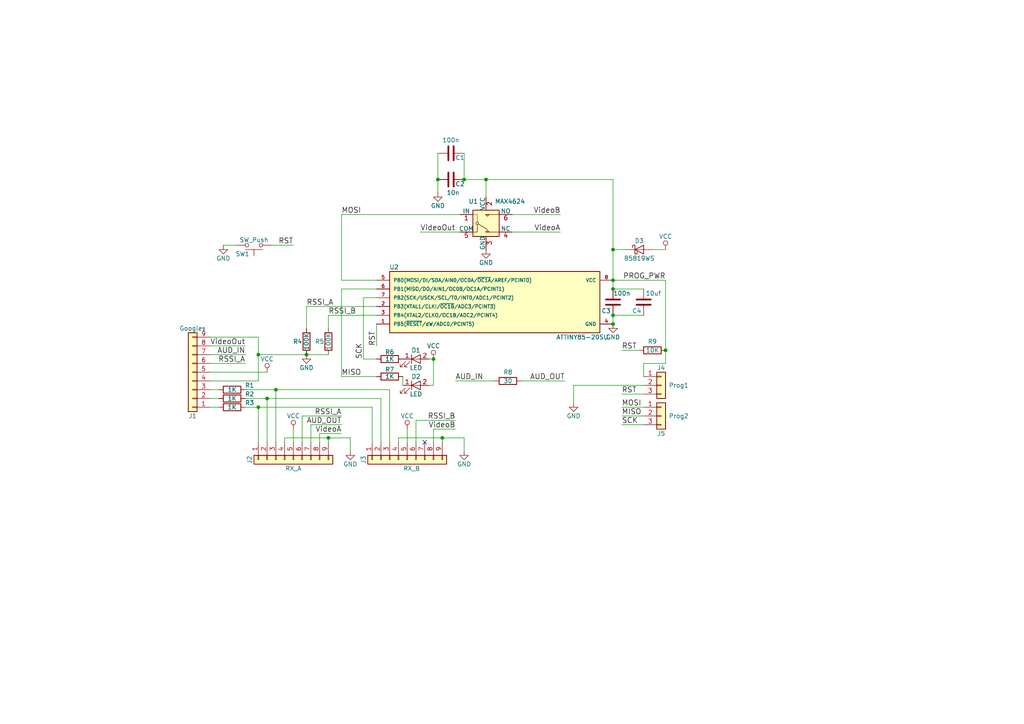
<source format=kicad_sch>
(kicad_sch (version 20230121) (generator eeschema)
  (paper "A4")
  (lib_symbols
    (symbol "TinyDiversityRX5808-rescue:ATTINY85-20SU" (pin_names (offset 1.016))
      (property "Reference" "U" (at -29.21 10.16 0))
      (property "Value" "ATTINY85-20SU" (at 25.4 -10.16 0))
      (symbol "ATTINY85-20SU_0_1"
        (rectangle (start -30.48 8.89) (end 30.48 -8.89) (stroke (width 0.254)) (fill (type background)))
      )
      (symbol "ATTINY85-20SU_1_1"
        (pin bidirectional line (at -34.29 -6.35 0) (length 3.81) (name "PB5(~{RESET}/dW/ADC0/PCINT5)") (number "1"))
        (pin bidirectional line (at -34.29 -1.27 0) (length 3.81) (name "PB3(XTAL1/CLKI/~{OC1B}/ADC3/PCINT3)") (number "2"))
        (pin bidirectional line (at -34.29 -3.81 0) (length 3.81) (name "PB4(XTAL2/CLKO/OC1B/ADC2/PCINT4)") (number "3"))
        (pin power_in line (at 34.29 -6.35 180) (length 3.81) (name "GND") (number "4"))
        (pin bidirectional line (at -34.29 6.35 0) (length 3.81) (name "PB0(MOSI/DI/SDA/AIN0/OC0A/~{OC1A}/AREF/PCINT0)") (number "5"))
        (pin bidirectional line (at -34.29 3.81 0) (length 3.81) (name "PB1(MISO/DO/AIN1/OC0B/OC1A/PCINT1)") (number "6"))
        (pin bidirectional line (at -34.29 1.27 0) (length 3.81) (name "PB2(SCK/USCK/SCL/T0/INT0/ADC1/PCINT2)") (number "7"))
        (pin power_in line (at 34.29 6.35 180) (length 3.81) (name "VCC") (number "8"))
      )
    )
    (symbol "TinyDiversityRX5808-rescue:C" (pin_numbers hide) (pin_names (offset 0.254))
      (property "Reference" "C" (at 0.635 2.54 0))
      (property "Value" "C" (at 0.635 -2.54 0))
      (symbol "C_0_1"
        (polyline (pts (xy -2.032 -0.762) (xy 2.032 -0.762)) (stroke (width 0.508)))
        (polyline (pts (xy -2.032 0.762) (xy 2.032 0.762)) (stroke (width 0.508)))
      )
      (symbol "C_1_1"
        (pin passive line (at 0 3.81 270) (length 2.794) (name "~") (number "1"))
        (pin passive line (at 0 -3.81 90) (length 2.794) (name "~") (number "2"))
      )
    )
    (symbol "TinyDiversityRX5808-rescue:Conn_01x03" (pin_names (offset 1.016) hide)
      (property "Reference" "J" (at 0 5.08 0))
      (property "Value" "Conn_01x03" (at 0 -5.08 0))
      (symbol "Conn_01x03_1_1"
        (rectangle (start -1.27 -2.413) (end 0 -2.667) (stroke (width 0.1524)))
        (rectangle (start -1.27 0.127) (end 0 -0.127) (stroke (width 0.1524)))
        (rectangle (start -1.27 2.667) (end 0 2.413) (stroke (width 0.1524)))
        (rectangle (start -1.27 3.81) (end 1.27 -3.81) (stroke (width 0.254)) (fill (type background)))
        (pin passive line (at -5.08 2.54 0) (length 3.81) (name "Pin_1") (number "1"))
        (pin passive line (at -5.08 0 0) (length 3.81) (name "Pin_2") (number "2"))
        (pin passive line (at -5.08 -2.54 0) (length 3.81) (name "Pin_3") (number "3"))
      )
    )
    (symbol "TinyDiversityRX5808-rescue:Conn_01x09" (pin_names (offset 1.016) hide)
      (property "Reference" "J" (at 0 12.7 0))
      (property "Value" "Conn_01x09" (at 0 -12.7 0))
      (symbol "Conn_01x09_1_1"
        (rectangle (start -1.27 -10.033) (end 0 -10.287) (stroke (width 0.1524)))
        (rectangle (start -1.27 -7.493) (end 0 -7.747) (stroke (width 0.1524)))
        (rectangle (start -1.27 -4.953) (end 0 -5.207) (stroke (width 0.1524)))
        (rectangle (start -1.27 -2.413) (end 0 -2.667) (stroke (width 0.1524)))
        (rectangle (start -1.27 0.127) (end 0 -0.127) (stroke (width 0.1524)))
        (rectangle (start -1.27 2.667) (end 0 2.413) (stroke (width 0.1524)))
        (rectangle (start -1.27 5.207) (end 0 4.953) (stroke (width 0.1524)))
        (rectangle (start -1.27 7.747) (end 0 7.493) (stroke (width 0.1524)))
        (rectangle (start -1.27 10.287) (end 0 10.033) (stroke (width 0.1524)))
        (rectangle (start -1.27 11.43) (end 1.27 -11.43) (stroke (width 0.254)) (fill (type background)))
        (pin passive line (at -5.08 10.16 0) (length 3.81) (name "Pin_1") (number "1"))
        (pin passive line (at -5.08 7.62 0) (length 3.81) (name "Pin_2") (number "2"))
        (pin passive line (at -5.08 5.08 0) (length 3.81) (name "Pin_3") (number "3"))
        (pin passive line (at -5.08 2.54 0) (length 3.81) (name "Pin_4") (number "4"))
        (pin passive line (at -5.08 0 0) (length 3.81) (name "Pin_5") (number "5"))
        (pin passive line (at -5.08 -2.54 0) (length 3.81) (name "Pin_6") (number "6"))
        (pin passive line (at -5.08 -5.08 0) (length 3.81) (name "Pin_7") (number "7"))
        (pin passive line (at -5.08 -7.62 0) (length 3.81) (name "Pin_8") (number "8"))
        (pin passive line (at -5.08 -10.16 0) (length 3.81) (name "Pin_9") (number "9"))
      )
    )
    (symbol "TinyDiversityRX5808-rescue:D_Schottky" (pin_numbers hide) (pin_names (offset 1.016) hide)
      (property "Reference" "D" (at 0 2.54 0))
      (property "Value" "D_Schottky" (at 0 -2.54 0))
      (symbol "D_Schottky_0_1"
        (polyline (pts (xy 1.27 0) (xy -1.27 0)))
        (polyline (pts (xy 1.27 1.27) (xy 1.27 -1.27) (xy -1.27 0) (xy 1.27 1.27)) (stroke (width 0.2032)))
        (polyline (pts (xy -1.905 0.635) (xy -1.905 1.27) (xy -1.27 1.27) (xy -1.27 -1.27) (xy -0.635 -1.27) (xy -0.635 -0.635)) (stroke (width 0.2032)))
      )
      (symbol "D_Schottky_1_1"
        (pin passive line (at -3.81 0 0) (length 2.54) (name "K") (number "1"))
        (pin passive line (at 3.81 0 180) (length 2.54) (name "A") (number "2"))
      )
    )
    (symbol "TinyDiversityRX5808-rescue:GND" (power) (pin_names (offset 0))
      (property "Value" "GND" (at 0 -3.81 0))
      (symbol "GND_0_1"
        (polyline (pts (xy 0 0) (xy 0 -1.27) (xy 1.27 -1.27) (xy 0 -2.54) (xy -1.27 -1.27) (xy 0 -1.27)))
      )
      (symbol "GND_1_1"
        (pin power_in line (at 0 0 270) (length 0) hide (name "GND") (number "1"))
      )
    )
    (symbol "TinyDiversityRX5808-rescue:LED" (pin_names (offset 1.016) hide)
      (property "Reference" "D" (at 0 2.54 0))
      (property "Value" "LED" (at 0 -2.54 0))
      (symbol "LED_0_1"
        (polyline (pts (xy -1.27 -1.27) (xy -1.27 1.27)) (stroke (width 0.2032)))
        (polyline (pts (xy -1.27 0) (xy 1.27 0)))
        (polyline (pts (xy 1.27 -1.27) (xy 1.27 1.27) (xy -1.27 0) (xy 1.27 -1.27)) (stroke (width 0.2032)))
        (polyline (pts (xy -3.048 -0.762) (xy -4.572 -2.286) (xy -3.81 -2.286) (xy -4.572 -2.286) (xy -4.572 -1.524)))
        (polyline (pts (xy -1.778 -0.762) (xy -3.302 -2.286) (xy -2.54 -2.286) (xy -3.302 -2.286) (xy -3.302 -1.524)))
      )
      (symbol "LED_1_1"
        (pin passive line (at -3.81 0 0) (length 2.54) (name "K") (number "1"))
        (pin passive line (at 3.81 0 180) (length 2.54) (name "A") (number "2"))
      )
    )
    (symbol "TinyDiversityRX5808-rescue:MAX4624/5" (pin_names (offset 0))
      (property "Reference" "U" (at -5.08 6.35 0))
      (property "Value" "MAX4624/5" (at 2.54 6.35 0))
      (symbol "MAX4624/5_0_1"
        (rectangle (start -3.81 3.81) (end 3.81 -3.81) (stroke (width 0.254)) (fill (type background)))
        (circle (center -2.54 0) (radius 0.381))
        (polyline (pts (xy -3.683 2.54) (xy -3.81 2.54)))
        (polyline (pts (xy -3.302 2.54) (xy -3.429 2.54)))
        (polyline (pts (xy -2.921 2.54) (xy -3.048 2.54)))
        (polyline (pts (xy -2.54 0.635) (xy -2.54 0.508)))
        (polyline (pts (xy -2.54 1.016) (xy -2.54 0.889)))
        (polyline (pts (xy -2.54 1.397) (xy -2.54 1.27)))
        (polyline (pts (xy -2.54 1.778) (xy -2.54 1.651)))
        (polyline (pts (xy -2.54 2.159) (xy -2.54 2.032)))
        (polyline (pts (xy -2.54 2.54) (xy -2.667 2.54)))
        (polyline (pts (xy -2.54 2.54) (xy -2.54 2.413)))
        (polyline (pts (xy -2.159 -0.254) (xy 0.381 -1.778)))
        (polyline (pts (xy 0 2.54) (xy 3.81 2.54)))
        (polyline (pts (xy 3.81 -2.54) (xy 0 -2.54)))
        (polyline (pts (xy -3.81 -2.54) (xy -2.54 -2.54) (xy -2.54 -0.381)))
        (polyline (pts (xy -0.127 -2.54) (xy 0.381 -2.032) (xy 0.889 -2.54) (xy -0.127 -2.54) (xy -0.127 -2.54)))
        (polyline (pts (xy 0.889 2.54) (xy -0.127 2.54) (xy 0.381 2.032) (xy 0.889 2.54) (xy 0.889 2.54) (xy 0.889 2.54)))
        (pin power_in line (at 0 -7.62 90) (length 3.81) (name "GND") (number "3"))
      )
      (symbol "MAX4624/5_1_1"
        (pin input line (at -7.62 2.54 0) (length 3.81) (name "IN") (number "1"))
        (pin power_in line (at 0 7.62 270) (length 3.81) (name "VCC") (number "2"))
        (pin bidirectional line (at 7.62 -2.54 180) (length 3.81) (name "NC") (number "4"))
        (pin bidirectional line (at -7.62 -2.54 0) (length 3.81) (name "COM") (number "5"))
        (pin bidirectional line (at 7.62 2.54 180) (length 3.81) (name "NO") (number "6"))
      )
    )
    (symbol "TinyDiversityRX5808-rescue:R" (pin_numbers hide) (pin_names (offset 0))
      (property "Reference" "R" (at 2.032 0 90))
      (property "Value" "R" (at 0 0 90))
      (symbol "R_0_1"
        (rectangle (start -1.016 -2.54) (end 1.016 2.54) (stroke (width 0.254)))
      )
      (symbol "R_1_1"
        (pin passive line (at 0 3.81 270) (length 1.27) (name "~") (number "1"))
        (pin passive line (at 0 -3.81 90) (length 1.27) (name "~") (number "2"))
      )
    )
    (symbol "TinyDiversityRX5808-rescue:SW_Push" (pin_numbers hide) (pin_names (offset 1.016) hide)
      (property "Reference" "SW" (at 1.27 2.54 0))
      (property "Value" "SW_Push" (at 0 -1.524 0))
      (symbol "SW_Push_0_1"
        (circle (center -2.032 0) (radius 0.508))
        (polyline (pts (xy 0 1.27) (xy 0 3.048)))
        (polyline (pts (xy 2.54 1.27) (xy -2.54 1.27)))
        (circle (center 2.032 0) (radius 0.508))
        (pin passive line (at -5.08 0 0) (length 2.54) (name "1") (number "1"))
        (pin passive line (at 5.08 0 180) (length 2.54) (name "2") (number "2"))
      )
    )
    (symbol "TinyDiversityRX5808-rescue:VCC" (power) (pin_names (offset 0))
      (property "Value" "VCC" (at 0 3.81 0))
      (symbol "VCC_0_1"
        (polyline (pts (xy 0 0) (xy 0 1.27)))
        (circle (center 0 1.905) (radius 0.635))
      )
      (symbol "VCC_1_1"
        (pin power_in line (at 0 0 90) (length 0) hide (name "VCC") (number "1"))
      )
    )
  )
  (junction (at 193.04 101.6))
  (junction (at 177.8 72.39))
  (junction (at 134.62 52.07))
  (junction (at 88.9 102.87))
  (junction (at 74.93 118.11))
  (junction (at 177.8 93.98))
  (junction (at 95.25 127))
  (junction (at 177.8 91.44))
  (junction (at 125.73 104.14))
  (junction (at 177.8 83.82))
  (junction (at 177.8 81.28))
  (junction (at 80.01 113.03))
  (junction (at 74.93 102.87))
  (junction (at 128.27 127))
  (junction (at 140.97 52.07))
  (junction (at 77.47 115.57))
  (junction (at 127 52.07))
  (no_connect (at 123.19 128.27))
  (wire (pts (xy 99.06 62.23) (xy 133.35 62.23)))
  (wire (pts (xy 113.03 113.03) (xy 113.03 128.27)))
  (wire (pts (xy 105.41 86.36) (xy 109.22 86.36)))
  (wire (pts (xy 95.25 127) (xy 101.6 127)))
  (wire (pts (xy 74.93 102.87) (xy 74.93 110.49)))
  (wire (pts (xy 134.62 44.45) (xy 134.62 52.07)))
  (wire (pts (xy 105.41 104.14) (xy 105.41 86.36)))
  (wire (pts (xy 133.35 67.31) (xy 121.92 67.31)))
  (wire (pts (xy 166.37 111.76) (xy 186.69 111.76)))
  (wire (pts (xy 95.25 91.44) (xy 95.25 95.25)))
  (wire (pts (xy 115.57 127) (xy 128.27 127)))
  (wire (pts (xy 88.9 102.87) (xy 95.25 102.87)))
  (wire (pts (xy 63.5 113.03) (xy 60.96 113.03)))
  (wire (pts (xy 74.93 97.79) (xy 74.93 102.87)))
  (wire (pts (xy 186.69 105.41) (xy 186.69 109.22)))
  (wire (pts (xy 186.69 114.3) (xy 180.34 114.3)))
  (wire (pts (xy 177.8 83.82) (xy 186.69 83.82)))
  (wire (pts (xy 60.96 115.57) (xy 63.5 115.57)))
  (wire (pts (xy 64.77 71.12) (xy 68.58 71.12)))
  (wire (pts (xy 120.65 121.92) (xy 132.08 121.92)))
  (wire (pts (xy 186.69 120.65) (xy 180.34 120.65)))
  (wire (pts (xy 110.49 115.57) (xy 110.49 128.27)))
  (wire (pts (xy 71.12 115.57) (xy 77.47 115.57)))
  (wire (pts (xy 177.8 81.28) (xy 177.8 83.82)))
  (wire (pts (xy 71.12 113.03) (xy 80.01 113.03)))
  (wire (pts (xy 60.96 107.95) (xy 77.47 107.95)))
  (wire (pts (xy 101.6 127) (xy 101.6 130.81)))
  (wire (pts (xy 118.11 128.27) (xy 118.11 124.46)))
  (wire (pts (xy 124.46 104.14) (xy 125.73 104.14)))
  (wire (pts (xy 87.63 120.65) (xy 99.06 120.65)))
  (wire (pts (xy 128.27 127) (xy 134.62 127)))
  (wire (pts (xy 134.62 127) (xy 134.62 130.81)))
  (wire (pts (xy 127 44.45) (xy 127 52.07)))
  (wire (pts (xy 92.71 128.27) (xy 92.71 125.73)))
  (wire (pts (xy 105.41 104.14) (xy 109.22 104.14)))
  (wire (pts (xy 82.55 128.27) (xy 82.55 127)))
  (wire (pts (xy 189.23 72.39) (xy 193.04 72.39)))
  (wire (pts (xy 177.8 81.28) (xy 193.04 81.28)))
  (wire (pts (xy 78.74 71.12) (xy 85.09 71.12)))
  (wire (pts (xy 74.93 110.49) (xy 60.96 110.49)))
  (wire (pts (xy 60.96 102.87) (xy 71.12 102.87)))
  (wire (pts (xy 193.04 81.28) (xy 193.04 101.6)))
  (wire (pts (xy 63.5 118.11) (xy 60.96 118.11)))
  (wire (pts (xy 85.09 128.27) (xy 85.09 124.46)))
  (wire (pts (xy 125.73 128.27) (xy 125.73 124.46)))
  (wire (pts (xy 115.57 128.27) (xy 115.57 127)))
  (wire (pts (xy 148.59 62.23) (xy 162.56 62.23)))
  (wire (pts (xy 99.06 83.82) (xy 109.22 83.82)))
  (wire (pts (xy 186.69 91.44) (xy 177.8 91.44)))
  (wire (pts (xy 186.69 118.11) (xy 180.34 118.11)))
  (wire (pts (xy 109.22 81.28) (xy 99.06 81.28)))
  (wire (pts (xy 177.8 52.07) (xy 177.8 72.39)))
  (wire (pts (xy 74.93 118.11) (xy 107.95 118.11)))
  (wire (pts (xy 88.9 88.9) (xy 109.22 88.9)))
  (wire (pts (xy 92.71 125.73) (xy 99.06 125.73)))
  (wire (pts (xy 134.62 52.07) (xy 140.97 52.07)))
  (wire (pts (xy 90.17 123.19) (xy 99.06 123.19)))
  (wire (pts (xy 60.96 105.41) (xy 71.12 105.41)))
  (wire (pts (xy 95.25 128.27) (xy 95.25 127)))
  (wire (pts (xy 116.84 109.22) (xy 116.84 111.76)))
  (wire (pts (xy 177.8 72.39) (xy 177.8 81.28)))
  (wire (pts (xy 193.04 105.41) (xy 186.69 105.41)))
  (wire (pts (xy 77.47 115.57) (xy 110.49 115.57)))
  (wire (pts (xy 125.73 124.46) (xy 132.08 124.46)))
  (wire (pts (xy 186.69 123.19) (xy 180.34 123.19)))
  (wire (pts (xy 60.96 100.33) (xy 71.12 100.33)))
  (wire (pts (xy 71.12 118.11) (xy 74.93 118.11)))
  (wire (pts (xy 107.95 118.11) (xy 107.95 128.27)))
  (wire (pts (xy 177.8 91.44) (xy 177.8 93.98)))
  (wire (pts (xy 80.01 113.03) (xy 80.01 128.27)))
  (wire (pts (xy 82.55 127) (xy 95.25 127)))
  (wire (pts (xy 127 52.07) (xy 127 55.88)))
  (wire (pts (xy 151.13 110.49) (xy 163.83 110.49)))
  (wire (pts (xy 74.93 102.87) (xy 88.9 102.87)))
  (wire (pts (xy 80.01 113.03) (xy 113.03 113.03)))
  (wire (pts (xy 74.93 128.27) (xy 74.93 118.11)))
  (wire (pts (xy 177.8 72.39) (xy 181.61 72.39)))
  (wire (pts (xy 77.47 115.57) (xy 77.47 128.27)))
  (wire (pts (xy 185.42 101.6) (xy 180.34 101.6)))
  (wire (pts (xy 109.22 93.98) (xy 109.22 100.33)))
  (wire (pts (xy 99.06 81.28) (xy 99.06 62.23)))
  (wire (pts (xy 140.97 52.07) (xy 177.8 52.07)))
  (wire (pts (xy 87.63 128.27) (xy 87.63 120.65)))
  (wire (pts (xy 88.9 95.25) (xy 88.9 88.9)))
  (wire (pts (xy 109.22 109.22) (xy 99.06 109.22)))
  (wire (pts (xy 143.51 110.49) (xy 132.08 110.49)))
  (wire (pts (xy 140.97 52.07) (xy 140.97 57.15)))
  (wire (pts (xy 148.59 67.31) (xy 162.56 67.31)))
  (wire (pts (xy 193.04 101.6) (xy 193.04 105.41)))
  (wire (pts (xy 166.37 116.84) (xy 166.37 111.76)))
  (wire (pts (xy 125.73 104.14) (xy 125.73 111.76)))
  (wire (pts (xy 90.17 128.27) (xy 90.17 123.19)))
  (wire (pts (xy 128.27 127) (xy 128.27 128.27)))
  (wire (pts (xy 60.96 97.79) (xy 74.93 97.79)))
  (wire (pts (xy 99.06 109.22) (xy 99.06 83.82)))
  (wire (pts (xy 120.65 128.27) (xy 120.65 121.92)))
  (wire (pts (xy 95.25 91.44) (xy 109.22 91.44)))
  (wire (pts (xy 125.73 111.76) (xy 124.46 111.76)))
  (label "MOSI" (at 99.06 62.23 0) (effects (font (size 1.524 1.524))))
  (label "MISO" (at 99.06 109.22 0) (effects (font (size 1.524 1.524))))
  (label "RSSI_A" (at 88.9 88.9 0) (effects (font (size 1.524 1.524))))
  (label "RST" (at 180.34 114.3 0) (effects (font (size 1.524 1.524))))
  (label "AUD_IN" (at 71.12 102.87 180) (effects (font (size 1.524 1.524))))
  (label "VideoA" (at 162.56 67.31 180) (effects (font (size 1.524 1.524))))
  (label "VideoA" (at 99.06 125.73 180) (effects (font (size 1.524 1.524))))
  (label "VideoB" (at 132.08 124.46 180) (effects (font (size 1.524 1.524))))
  (label "RST" (at 109.22 100.33 90) (effects (font (size 1.524 1.524))))
  (label "PROG_PWR" (at 193.04 81.28 180) (effects (font (size 1.524 1.524))))
  (label "AUD_OUT" (at 99.06 123.19 180) (effects (font (size 1.524 1.524))))
  (label "SCK" (at 180.34 123.19 0) (effects (font (size 1.524 1.524))))
  (label "RSSI_A" (at 99.06 120.65 180) (effects (font (size 1.524 1.524))))
  (label "RSSI_A" (at 71.12 105.41 180) (effects (font (size 1.524 1.524))))
  (label "RST" (at 180.34 101.6 0) (effects (font (size 1.524 1.524))))
  (label "SCK" (at 105.41 104.14 90) (effects (font (size 1.524 1.524))))
  (label "RST" (at 85.09 71.12 180) (effects (font (size 1.524 1.524))))
  (label "MISO" (at 180.34 120.65 0) (effects (font (size 1.524 1.524))))
  (label "VideoOut" (at 71.12 100.33 180) (effects (font (size 1.524 1.524))))
  (label "VideoB" (at 162.56 62.23 180) (effects (font (size 1.524 1.524))))
  (label "MOSI" (at 180.34 118.11 0) (effects (font (size 1.524 1.524))))
  (label "AUD_IN" (at 132.08 110.49 0) (effects (font (size 1.524 1.524))))
  (label "VideoOut" (at 121.92 67.31 0) (effects (font (size 1.524 1.524))))
  (label "RSSI_B" (at 95.25 91.44 0) (effects (font (size 1.524 1.524))))
  (label "AUD_OUT" (at 163.83 110.49 180) (effects (font (size 1.524 1.524))))
  (label "RSSI_B" (at 132.08 121.92 180) (effects (font (size 1.524 1.524))))
  (symbol (lib_id "TinyDiversityRX5808-rescue:MAX4624/5") (at 140.97 64.77 0) (unit 1)
    (property "Reference" "U1" (at 135.89 58.42 0) (effects (justify left)))
    (property "Value" "MAX4624" (at 143.51 58.42 0) (effects (justify left)))
    (property "Footprint" "TO_SOT_Packages_SMD:SOT-23-6" (effects hide))
  )
  (symbol (lib_id "TinyDiversityRX5808-rescue:GND") (at 140.97 72.39 0) (unit 1)
    (property "Reference" "#PWR10" (effects hide))
    (property "Value" "GND" (at 140.97 76.2 0))
  )
  (symbol (lib_id "TinyDiversityRX5808-rescue:GND") (at 177.8 93.98 0) (unit 1)
    (property "Reference" "#PWR12" (effects hide))
    (property "Value" "GND" (at 177.8 97.79 0))
  )
  (symbol (lib_id "TinyDiversityRX5808-rescue:GND") (at 64.77 71.12 0) (unit 1)
    (property "Reference" "#PWR1" (effects hide))
    (property "Value" "GND" (at 64.77 74.93 0))
  )
  (symbol (lib_id "TinyDiversityRX5808-rescue:VCC") (at 193.04 72.39 0) (unit 1)
    (property "Reference" "#PWR13" (effects hide))
    (property "Value" "VCC" (at 193.04 68.58 0))
  )
  (symbol (lib_id "TinyDiversityRX5808-rescue:VCC") (at 77.47 107.95 0) (unit 1)
    (property "Reference" "#PWR2" (effects hide))
    (property "Value" "VCC" (at 77.47 104.14 0))
  )
  (symbol (lib_id "TinyDiversityRX5808-rescue:C") (at 130.81 52.07 270) (unit 1)
    (property "Reference" "C2" (at 132.08 53.34 90) (effects (justify left)))
    (property "Value" "10n" (at 129.54 55.88 90) (effects (justify left)))
    (property "Footprint" "Capacitors_SMD:C_0603" (effects hide))
  )
  (symbol (lib_id "TinyDiversityRX5808-rescue:C") (at 130.81 44.45 270) (unit 1)
    (property "Reference" "C1" (at 132.08 45.72 90) (effects (justify left)))
    (property "Value" "100n" (at 128.27 40.64 90) (effects (justify left)))
    (property "Footprint" "Capacitors_SMD:C_0603" (effects hide))
  )
  (symbol (lib_id "TinyDiversityRX5808-rescue:C") (at 177.8 87.63 180) (unit 1)
    (property "Reference" "C3" (at 177.165 90.17 0) (effects (justify left)))
    (property "Value" "100n" (at 182.88 85.09 0) (effects (justify left)))
    (property "Footprint" "Capacitors_SMD:C_0603" (effects hide))
  )
  (symbol (lib_id "TinyDiversityRX5808-rescue:C") (at 186.69 87.63 180) (unit 1)
    (property "Reference" "C4" (at 186.055 90.17 0) (effects (justify left)))
    (property "Value" "10uf" (at 191.77 85.09 0) (effects (justify left)))
    (property "Footprint" "Capacitors_SMD:C_0603" (effects hide))
  )
  (symbol (lib_id "TinyDiversityRX5808-rescue:GND") (at 127 55.88 0) (unit 1)
    (property "Reference" "#PWR8" (effects hide))
    (property "Value" "GND" (at 127 59.69 0))
  )
  (symbol (lib_id "TinyDiversityRX5808-rescue:LED") (at 120.65 104.14 0) (unit 1)
    (property "Reference" "D1" (at 120.65 101.6 0))
    (property "Value" "LED" (at 120.65 106.68 0))
    (property "Footprint" "LEDs:LED_0805" (effects hide))
  )
  (symbol (lib_id "TinyDiversityRX5808-rescue:VCC") (at 125.73 104.14 0) (unit 1)
    (property "Reference" "#PWR7" (effects hide))
    (property "Value" "VCC" (at 125.73 100.33 0))
  )
  (symbol (lib_id "TinyDiversityRX5808-rescue:R") (at 113.03 104.14 90) (unit 1)
    (property "Reference" "R6" (at 113.03 102.108 90))
    (property "Value" "1K" (at 113.03 104.14 90))
    (property "Footprint" "Resistors_SMD:R_0603" (effects hide))
  )
  (symbol (lib_id "TinyDiversityRX5808-rescue:R") (at 95.25 99.06 180) (unit 1)
    (property "Reference" "R5" (at 92.71 99.06 0))
    (property "Value" "100K" (at 95.25 99.06 90))
    (property "Footprint" "Resistors_SMD:R_0603" (effects hide))
  )
  (symbol (lib_id "TinyDiversityRX5808-rescue:R") (at 88.9 99.06 180) (unit 1)
    (property "Reference" "R4" (at 86.36 99.06 0))
    (property "Value" "100K" (at 88.9 99.06 90))
    (property "Footprint" "Resistors_SMD:R_0603" (effects hide))
  )
  (symbol (lib_id "TinyDiversityRX5808-rescue:GND") (at 88.9 102.87 0) (unit 1)
    (property "Reference" "#PWR4" (effects hide))
    (property "Value" "GND" (at 88.9 106.68 0))
  )
  (symbol (lib_id "TinyDiversityRX5808-rescue:GND") (at 101.6 130.81 0) (unit 1)
    (property "Reference" "#PWR5" (effects hide))
    (property "Value" "GND" (at 101.6 134.62 0))
  )
  (symbol (lib_id "TinyDiversityRX5808-rescue:GND") (at 134.62 130.81 0) (unit 1)
    (property "Reference" "#PWR9" (effects hide))
    (property "Value" "GND" (at 134.62 134.62 0))
  )
  (symbol (lib_id "TinyDiversityRX5808-rescue:VCC") (at 85.09 124.46 0) (unit 1)
    (property "Reference" "#PWR3" (effects hide))
    (property "Value" "VCC" (at 85.09 120.65 0))
  )
  (symbol (lib_id "TinyDiversityRX5808-rescue:VCC") (at 118.11 124.46 0) (unit 1)
    (property "Reference" "#PWR6" (effects hide))
    (property "Value" "VCC" (at 118.11 120.65 0))
  )
  (symbol (lib_id "TinyDiversityRX5808-rescue:R") (at 67.31 113.03 90) (unit 1)
    (property "Reference" "R1" (at 72.39 111.76 90))
    (property "Value" "1K" (at 67.31 113.03 90))
    (property "Footprint" "Resistors_SMD:R_0603" (effects hide))
  )
  (symbol (lib_id "TinyDiversityRX5808-rescue:R") (at 67.31 115.57 90) (unit 1)
    (property "Reference" "R2" (at 72.39 114.3 90))
    (property "Value" "1K" (at 67.31 115.57 90))
    (property "Footprint" "Resistors_SMD:R_0603" (effects hide))
  )
  (symbol (lib_id "TinyDiversityRX5808-rescue:R") (at 67.31 118.11 90) (unit 1)
    (property "Reference" "R3" (at 72.39 116.84 90))
    (property "Value" "1K" (at 67.31 118.11 90))
    (property "Footprint" "Resistors_SMD:R_0603" (effects hide))
  )
  (symbol (lib_id "TinyDiversityRX5808-rescue:Conn_01x09") (at 55.88 107.95 180) (unit 1)
    (property "Reference" "J1" (at 55.88 120.65 0))
    (property "Value" "Googles" (at 55.88 95.25 0))
    (property "Footprint" "Connectors_Molex:Molex_PicoBlade_53047-0910_09x1.25mm_Straight" (effects hide))
  )
  (symbol (lib_id "TinyDiversityRX5808-rescue:Conn_01x09") (at 85.09 133.35 90) (mirror x) (unit 1)
    (property "Reference" "J2" (at 72.39 133.35 0))
    (property "Value" "RX_A" (at 85.09 135.89 90))
    (property "Footprint" "Connectors_Molex:Molex_PicoBlade_53048-0910_09x1.25mm_Angled" (effects hide))
  )
  (symbol (lib_id "TinyDiversityRX5808-rescue:Conn_01x09") (at 118.11 133.35 90) (mirror x) (unit 1)
    (property "Reference" "J3" (at 105.41 133.35 0))
    (property "Value" "RX_B" (at 119.38 135.89 90))
    (property "Footprint" "Connectors_Molex:Molex_PicoBlade_53048-0910_09x1.25mm_Angled" (effects hide))
  )
  (symbol (lib_id "TinyDiversityRX5808-rescue:R") (at 147.32 110.49 90) (unit 1)
    (property "Reference" "R8" (at 147.32 107.95 90))
    (property "Value" "30" (at 147.32 110.49 90))
    (property "Footprint" "Resistors_SMD:R_0603" (effects hide))
  )
  (symbol (lib_id "TinyDiversityRX5808-rescue:LED") (at 120.65 111.76 0) (unit 1)
    (property "Reference" "D2" (at 120.65 109.22 0))
    (property "Value" "LED" (at 120.65 114.3 0))
    (property "Footprint" "LEDs:LED_0805" (effects hide))
  )
  (symbol (lib_id "TinyDiversityRX5808-rescue:R") (at 113.03 109.22 90) (unit 1)
    (property "Reference" "R7" (at 113.03 107.188 90))
    (property "Value" "1K" (at 113.03 109.22 90))
    (property "Footprint" "Resistors_SMD:R_0603" (effects hide))
  )
  (symbol (lib_id "TinyDiversityRX5808-rescue:R") (at 189.23 101.6 90) (unit 1)
    (property "Reference" "R9" (at 189.23 99.06 90))
    (property "Value" "10K" (at 189.23 101.6 90))
    (property "Footprint" "Resistors_SMD:R_0603" (effects hide))
  )
  (symbol (lib_id "TinyDiversityRX5808-rescue:D_Schottky") (at 185.42 72.39 0) (unit 1)
    (property "Reference" "D3" (at 185.42 69.85 0))
    (property "Value" "B5819WS" (at 185.42 74.93 0))
    (property "Footprint" "Diodes_SMD:D_SOD-323" (effects hide))
  )
  (symbol (lib_id "TinyDiversityRX5808-rescue:GND") (at 166.37 116.84 0) (unit 1)
    (property "Reference" "#PWR11" (effects hide))
    (property "Value" "GND" (at 166.37 120.65 0))
  )
  (symbol (lib_id "TinyDiversityRX5808-rescue:SW_Push") (at 73.66 71.12 180) (unit 1)
    (property "Reference" "SW1" (at 72.39 73.66 0) (effects (justify left)))
    (property "Value" "SW_Push" (at 73.66 69.596 0))
    (property "Footprint" "KiCadCustomLibs:Button_TS-018" (effects hide))
  )
  (symbol (lib_id "TinyDiversityRX5808-rescue:ATTINY85-20SU") (at 143.51 87.63 0) (unit 1)
    (property "Reference" "U2" (at 114.3 77.47 0))
    (property "Value" "ATTINY85-20SU" (at 168.91 97.79 0))
    (property "Footprint" "Housings_SOIC:SOIJ-8_5.3x5.3mm_Pitch1.27mm" (effects hide))
  )
  (symbol (lib_id "TinyDiversityRX5808-rescue:Conn_01x03") (at 191.77 111.76 0) (unit 1)
    (property "Reference" "J4" (at 191.77 106.68 0))
    (property "Value" "Prog1" (at 196.85 111.76 0))
    (property "Footprint" "KiCadCustomLibs:Pads_prog_3pin1.25mm" (effects hide))
  )
  (symbol (lib_id "TinyDiversityRX5808-rescue:Conn_01x03") (at 191.77 120.65 0) (unit 1)
    (property "Reference" "J5" (at 191.77 125.73 0))
    (property "Value" "Prog2" (at 196.85 120.65 0))
    (property "Footprint" "KiCadCustomLibs:Pads_prog_3pin1.25mm" (effects hide))
  )
)
</source>
